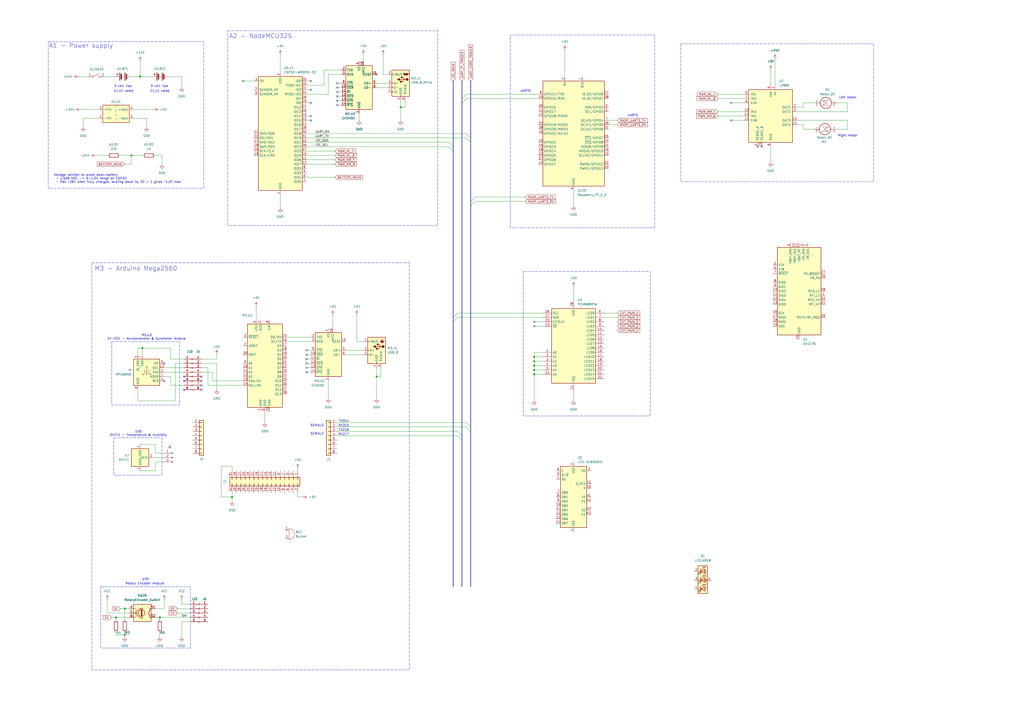
<source format=kicad_sch>
(kicad_sch (version 20231120) (generator "eeschema") (generator_version "8.0")
  (paper "A2")
  (junction (at 309.88 214.63))
  (junction (at 309.88 209.55))
  (junction (at 309.88 217.17))
  (junction (at 81.28 44.45))
  (junction (at 76.2 90.17))
  (junction (at 72.39 353.06))
  (junction (at 232.41 62.23))
  (junction (at 309.88 212.09))
  (junction (at 92.71 358.14))
  (junction (at 82.55 201.93))
  (junction (at 72.39 368.3))
  (junction (at 218.44 218.44))
  (junction (at 67.31 358.14))
  (junction (at 134.62 288.29))
  (junction (at 309.88 207.01))
  (no_connect (at 424.18 59.69))
  (no_connect (at 195.58 55.88))
  (no_connect (at 441.96 85.09))
  (no_connect (at 180.34 69.85))
  (no_connect (at 195.58 58.42))
  (no_connect (at 195.58 60.96))
  (no_connect (at 177.8 215.9))
  (no_connect (at 180.34 46.99))
  (no_connect (at 140.97 46.99))
  (no_connect (at 177.8 208.28))
  (no_connect (at 106.68 220.98))
  (no_connect (at 424.18 69.85))
  (no_connect (at 106.68 226.06))
  (no_connect (at 177.8 210.82))
  (no_connect (at 439.42 85.09))
  (no_connect (at 180.34 52.07))
  (no_connect (at 195.58 50.8))
  (no_connect (at 309.88 186.69))
  (no_connect (at 177.8 203.2))
  (no_connect (at 95.25 210.82))
  (no_connect (at 95.25 220.98))
  (no_connect (at 180.34 59.69))
  (no_connect (at 177.8 205.74))
  (no_connect (at 309.88 189.23))
  (no_connect (at 116.84 218.44))
  (no_connect (at 106.68 218.44))
  (no_connect (at 195.58 48.26))
  (no_connect (at 177.8 213.36))
  (no_connect (at 116.84 220.98))
  (no_connect (at 180.34 67.31))
  (no_connect (at 116.84 226.06))
  (no_connect (at 218.44 43.18))
  (no_connect (at 116.84 223.52))
  (no_connect (at 195.58 53.34))
  (bus_entry (at 270.51 245.11) (size 2.54 2.54))
  (bus_entry (at 270.51 247.65) (size 2.54 2.54))
  (bus_entry (at 260.35 82.55) (size 2.54 2.54))
  (bus_entry (at 270.51 77.47) (size 2.54 2.54))
  (bus_entry (at 260.35 85.09) (size 2.54 2.54))
  (bus_entry (at 267.97 57.15) (size 2.54 -2.54))
  (bus_entry (at 270.51 80.01) (size 2.54 2.54))
  (bus_entry (at 265.43 252.73) (size 2.54 2.54))
  (bus_entry (at 265.43 250.19) (size 2.54 2.54))
  (bus_entry (at 262.89 184.15) (size 2.54 -2.54))
  (bus_entry (at 267.97 59.69) (size 2.54 -2.54))
  (bus_entry (at 275.59 116.84) (size -2.54 2.54))
  (bus_entry (at 275.59 114.3) (size -2.54 2.54))
  (bus_entry (at 262.89 186.69) (size 2.54 -2.54))
  (wire (pts (xy 195.58 50.8) (xy 198.12 50.8)))
  (wire (pts (xy 193.04 182.88) (xy 193.04 190.5)))
  (wire (pts (xy 120.65 213.36) (xy 116.84 213.36)))
  (wire (pts (xy 195.58 53.34) (xy 198.12 53.34)))
  (wire (pts (xy 309.88 207.01) (xy 314.96 207.01)))
  (wire (pts (xy 177.8 49.53) (xy 187.96 49.53)))
  (wire (pts (xy 123.19 215.9) (xy 123.19 220.98)))
  (wire (pts (xy 177.8 52.07) (xy 180.34 52.07)))
  (wire (pts (xy 90.17 262.89) (xy 95.25 262.89)))
  (wire (pts (xy 208.28 66.04) (xy 208.28 69.85)))
  (wire (pts (xy 93.98 90.17) (xy 90.17 90.17)))
  (wire (pts (xy 462.28 64.77) (xy 491.49 64.77)))
  (wire (pts (xy 81.28 257.81) (xy 90.17 257.81)))
  (bus (pts (xy 262.89 87.63) (xy 262.89 184.15)))
  (wire (pts (xy 92.71 358.14) (xy 110.49 358.14)))
  (wire (pts (xy 90.17 273.05) (xy 90.17 267.97)))
  (wire (pts (xy 172.72 271.78) (xy 172.72 273.05)))
  (wire (pts (xy 72.39 353.06) (xy 72.39 359.41)))
  (wire (pts (xy 332.74 166.37) (xy 332.74 173.99)))
  (wire (pts (xy 309.88 214.63) (xy 309.88 212.09)))
  (wire (pts (xy 67.31 358.14) (xy 67.31 359.41)))
  (bus (pts (xy 262.89 186.69) (xy 262.89 340.36)))
  (bus (pts (xy 273.05 247.65) (xy 273.05 250.19)))
  (bus (pts (xy 273.05 250.19) (xy 273.05 340.36)))
  (wire (pts (xy 309.88 212.09) (xy 314.96 212.09)))
  (wire (pts (xy 177.8 92.71) (xy 194.31 92.71)))
  (wire (pts (xy 177.8 205.74) (xy 180.34 205.74)))
  (wire (pts (xy 232.41 62.23) (xy 232.41 69.85)))
  (wire (pts (xy 85.09 68.58) (xy 77.47 68.58)))
  (wire (pts (xy 48.26 68.58) (xy 48.26 73.66)))
  (wire (pts (xy 177.8 85.09) (xy 260.35 85.09)))
  (wire (pts (xy 485.14 74.93) (xy 491.49 74.93)))
  (wire (pts (xy 123.19 220.98) (xy 140.97 220.98)))
  (wire (pts (xy 88.9 265.43) (xy 95.25 265.43)))
  (wire (pts (xy 140.97 223.52) (xy 120.65 223.52)))
  (wire (pts (xy 81.28 273.05) (xy 90.17 273.05)))
  (wire (pts (xy 102.87 353.06) (xy 110.49 353.06)))
  (wire (pts (xy 48.26 68.58) (xy 57.15 68.58)))
  (wire (pts (xy 72.39 369.57) (xy 72.39 368.3)))
  (wire (pts (xy 232.41 62.23) (xy 234.95 62.23)))
  (wire (pts (xy 177.8 80.01) (xy 270.51 80.01)))
  (wire (pts (xy 67.31 368.3) (xy 72.39 368.3)))
  (wire (pts (xy 95.25 353.06) (xy 90.17 353.06)))
  (wire (pts (xy 177.8 208.28) (xy 180.34 208.28)))
  (wire (pts (xy 101.6 210.82) (xy 106.68 210.82)))
  (wire (pts (xy 125.73 205.74) (xy 125.73 208.28)))
  (wire (pts (xy 309.88 214.63) (xy 314.96 214.63)))
  (wire (pts (xy 275.59 116.84) (xy 304.8 116.84)))
  (wire (pts (xy 424.18 69.85) (xy 431.8 69.85)))
  (wire (pts (xy 207.01 182.88) (xy 207.01 198.12)))
  (wire (pts (xy 491.49 69.85) (xy 462.28 69.85)))
  (wire (pts (xy 462.28 72.39) (xy 466.09 72.39)))
  (wire (pts (xy 93.98 95.25) (xy 93.98 90.17)))
  (wire (pts (xy 55.88 90.17) (xy 62.23 90.17)))
  (wire (pts (xy 82.55 201.93) (xy 99.06 201.93)))
  (wire (pts (xy 416.56 64.77) (xy 431.8 64.77)))
  (wire (pts (xy 309.88 186.69) (xy 314.96 186.69)))
  (wire (pts (xy 309.88 189.23) (xy 314.96 189.23)))
  (wire (pts (xy 350.52 181.61) (xy 358.14 181.61)))
  (wire (pts (xy 491.49 64.77) (xy 491.49 59.69)))
  (wire (pts (xy 195.58 58.42) (xy 198.12 58.42)))
  (wire (pts (xy 99.06 218.44) (xy 99.06 223.52)))
  (wire (pts (xy 462.28 62.23) (xy 466.09 62.23)))
  (wire (pts (xy 85.09 73.66) (xy 85.09 68.58)))
  (wire (pts (xy 90.17 267.97) (xy 95.25 267.97)))
  (wire (pts (xy 265.43 184.15) (xy 314.96 184.15)))
  (wire (pts (xy 120.65 223.52) (xy 120.65 213.36)))
  (wire (pts (xy 74.93 358.14) (xy 67.31 358.14)))
  (wire (pts (xy 309.88 217.17) (xy 314.96 217.17)))
  (wire (pts (xy 353.06 69.85) (xy 358.14 69.85)))
  (wire (pts (xy 177.8 67.31) (xy 180.34 67.31)))
  (wire (pts (xy 80.01 232.41) (xy 101.6 232.41)))
  (wire (pts (xy 218.44 213.36) (xy 218.44 218.44)))
  (wire (pts (xy 309.88 232.41) (xy 309.88 217.17)))
  (wire (pts (xy 72.39 367.03) (xy 72.39 368.3)))
  (wire (pts (xy 447.04 40.64) (xy 447.04 49.53)))
  (wire (pts (xy 222.25 43.18) (xy 224.79 43.18)))
  (wire (pts (xy 166.37 195.58) (xy 180.34 195.58)))
  (wire (pts (xy 177.8 82.55) (xy 260.35 82.55)))
  (wire (pts (xy 105.41 360.68) (xy 110.49 360.68)))
  (wire (pts (xy 195.58 252.73) (xy 265.43 252.73)))
  (bus (pts (xy 273.05 119.38) (xy 273.05 247.65)))
  (wire (pts (xy 72.39 95.25) (xy 76.2 95.25)))
  (wire (pts (xy 416.56 54.61) (xy 431.8 54.61)))
  (wire (pts (xy 491.49 59.69) (xy 485.14 59.69)))
  (wire (pts (xy 195.58 55.88) (xy 198.12 55.88)))
  (wire (pts (xy 200.66 205.74) (xy 210.82 205.74)))
  (wire (pts (xy 195.58 245.11) (xy 270.51 245.11)))
  (wire (pts (xy 77.47 63.5) (xy 88.9 63.5)))
  (bus (pts (xy 267.97 255.27) (xy 267.97 340.36)))
  (wire (pts (xy 81.28 35.56) (xy 81.28 44.45)))
  (bus (pts (xy 262.89 184.15) (xy 262.89 186.69)))
  (wire (pts (xy 95.25 347.98) (xy 95.25 353.06)))
  (wire (pts (xy 62.23 347.98) (xy 62.23 355.6)))
  (wire (pts (xy 175.26 288.29) (xy 172.72 288.29)))
  (wire (pts (xy 140.97 46.99) (xy 147.32 46.99)))
  (wire (pts (xy 220.98 218.44) (xy 220.98 213.36)))
  (wire (pts (xy 416.56 57.15) (xy 431.8 57.15)))
  (wire (pts (xy 128.27 288.29) (xy 134.62 288.29)))
  (wire (pts (xy 92.71 367.03) (xy 92.71 369.57)))
  (wire (pts (xy 200.66 203.2) (xy 210.82 203.2)))
  (wire (pts (xy 218.44 48.26) (xy 224.79 48.26)))
  (wire (pts (xy 270.51 57.15) (xy 312.42 57.15)))
  (bus (pts (xy 273.05 116.84) (xy 273.05 119.38)))
  (wire (pts (xy 67.31 367.03) (xy 67.31 368.3)))
  (wire (pts (xy 105.41 44.45) (xy 97.79 44.45)))
  (bus (pts (xy 267.97 57.15) (xy 267.97 59.69)))
  (wire (pts (xy 190.5 43.18) (xy 198.12 43.18)))
  (wire (pts (xy 187.96 49.53) (xy 187.96 40.64)))
  (wire (pts (xy 449.58 34.29) (xy 449.58 49.53)))
  (wire (pts (xy 81.28 44.45) (xy 87.63 44.45)))
  (wire (pts (xy 177.8 46.99) (xy 180.34 46.99)))
  (bus (pts (xy 267.97 46.99) (xy 267.97 57.15)))
  (wire (pts (xy 125.73 208.28) (xy 116.84 208.28)))
  (wire (pts (xy 128.27 270.51) (xy 128.27 288.29)))
  (bus (pts (xy 273.05 82.55) (xy 273.05 116.84)))
  (wire (pts (xy 95.25 215.9) (xy 106.68 215.9)))
  (wire (pts (xy 466.09 62.23) (xy 466.09 59.69)))
  (wire (pts (xy 309.88 217.17) (xy 309.88 214.63)))
  (wire (pts (xy 275.59 114.3) (xy 304.8 114.3)))
  (wire (pts (xy 46.99 63.5) (xy 57.15 63.5)))
  (wire (pts (xy 101.6 232.41) (xy 101.6 210.82)))
  (wire (pts (xy 309.88 209.55) (xy 309.88 207.01)))
  (wire (pts (xy 447.04 85.09) (xy 447.04 93.98)))
  (wire (pts (xy 99.06 223.52) (xy 106.68 223.52)))
  (wire (pts (xy 105.41 369.57) (xy 105.41 360.68)))
  (wire (pts (xy 82.55 201.93) (xy 82.55 205.74)))
  (wire (pts (xy 90.17 257.81) (xy 90.17 262.89)))
  (wire (pts (xy 332.74 110.49) (xy 332.74 119.38)))
  (bus (pts (xy 267.97 59.69) (xy 267.97 252.73)))
  (wire (pts (xy 177.8 69.85) (xy 180.34 69.85)))
  (wire (pts (xy 76.2 44.45) (xy 81.28 44.45)))
  (wire (pts (xy 105.41 347.98) (xy 105.41 350.52)))
  (wire (pts (xy 116.84 210.82) (xy 125.73 210.82)))
  (wire (pts (xy 177.8 77.47) (xy 270.51 77.47)))
  (wire (pts (xy 69.85 353.06) (xy 72.39 353.06)))
  (wire (pts (xy 177.8 95.25) (xy 194.31 95.25)))
  (wire (pts (xy 234.95 58.42) (xy 234.95 62.23)))
  (wire (pts (xy 80.01 201.93) (xy 82.55 201.93)))
  (wire (pts (xy 195.58 247.65) (xy 270.51 247.65)))
  (wire (pts (xy 416.56 67.31) (xy 431.8 67.31)))
  (wire (pts (xy 309.88 212.09) (xy 309.88 209.55)))
  (wire (pts (xy 350.52 184.15) (xy 358.14 184.15)))
  (wire (pts (xy 95.25 218.44) (xy 99.06 218.44)))
  (wire (pts (xy 60.96 44.45) (xy 66.04 44.45)))
  (wire (pts (xy 309.88 207.01) (xy 309.88 204.47)))
  (wire (pts (xy 177.8 54.61) (xy 190.5 54.61)))
  (wire (pts (xy 134.62 285.75) (xy 134.62 288.29)))
  (wire (pts (xy 466.09 72.39) (xy 466.09 74.93)))
  (wire (pts (xy 153.67 238.76) (xy 153.67 245.11)))
  (wire (pts (xy 232.41 58.42) (xy 232.41 62.23)))
  (wire (pts (xy 207.01 198.12) (xy 210.82 198.12)))
  (wire (pts (xy 76.2 90.17) (xy 82.55 90.17)))
  (wire (pts (xy 309.88 204.47) (xy 314.96 204.47)))
  (wire (pts (xy 177.8 215.9) (xy 180.34 215.9)))
  (wire (pts (xy 76.2 90.17) (xy 69.85 90.17)))
  (wire (pts (xy 353.06 72.39) (xy 358.14 72.39)))
  (wire (pts (xy 64.77 358.14) (xy 67.31 358.14)))
  (wire (pts (xy 62.23 355.6) (xy 74.93 355.6)))
  (wire (pts (xy 102.87 355.6) (xy 110.49 355.6)))
  (wire (pts (xy 270.51 54.61) (xy 312.42 54.61)))
  (bus (pts (xy 262.89 85.09) (xy 262.89 87.63)))
  (wire (pts (xy 195.58 60.96) (xy 198.12 60.96)))
  (wire (pts (xy 99.06 208.28) (xy 106.68 208.28)))
  (wire (pts (xy 222.25 31.75) (xy 222.25 43.18)))
  (wire (pts (xy 327.66 29.21) (xy 327.66 44.45)))
  (wire (pts (xy 190.5 54.61) (xy 190.5 43.18)))
  (wire (pts (xy 162.56 31.75) (xy 162.56 41.91)))
  (wire (pts (xy 177.8 59.69) (xy 180.34 59.69)))
  (wire (pts (xy 177.8 87.63) (xy 194.31 87.63)))
  (wire (pts (xy 218.44 218.44) (xy 218.44 231.14)))
  (wire (pts (xy 187.96 40.64) (xy 198.12 40.64)))
  (bus (pts (xy 273.05 46.99) (xy 273.05 80.01)))
  (wire (pts (xy 218.44 218.44) (xy 220.98 218.44)))
  (wire (pts (xy 332.74 227.33) (xy 332.74 232.41)))
  (wire (pts (xy 134.62 273.05) (xy 134.62 270.51)))
  (wire (pts (xy 134.62 288.29) (xy 134.62 290.83)))
  (wire (pts (xy 76.2 95.25) (xy 76.2 90.17)))
  (wire (pts (xy 105.41 50.8) (xy 105.41 44.45)))
  (wire (pts (xy 491.49 74.93) (xy 491.49 69.85)))
  (wire (pts (xy 424.18 59.69) (xy 431.8 59.69)))
  (wire (pts (xy 177.8 102.87) (xy 194.31 102.87)))
  (wire (pts (xy 45.72 44.45) (xy 50.8 44.45)))
  (wire (pts (xy 177.8 213.36) (xy 180.34 213.36)))
  (wire (pts (xy 116.84 215.9) (xy 123.19 215.9)))
  (wire (pts (xy 162.56 113.03) (xy 162.56 120.65)))
  (wire (pts (xy 190.5 220.98) (xy 190.5 231.14)))
  (wire (pts (xy 90.17 358.14) (xy 92.71 358.14)))
  (wire (pts (xy 466.09 59.69) (xy 472.44 59.69)))
  (bus (pts (xy 262.89 46.99) (xy 262.89 85.09)))
  (wire (pts (xy 125.73 226.06) (xy 125.73 210.82)))
  (wire (pts (xy 72.39 353.06) (xy 74.93 353.06)))
  (wire (pts (xy 166.37 198.12) (xy 180.34 198.12)))
  (wire (pts (xy 99.06 201.93) (xy 99.06 208.28)))
  (wire (pts (xy 265.43 181.61) (xy 314.96 181.61)))
  (wire (pts (xy 466.09 74.93) (xy 472.44 74.93)))
  (wire (pts (xy 80.01 226.06) (xy 80.01 232.41)))
  (wire (pts (xy 80.01 205.74) (xy 80.01 201.93)))
  (wire (pts (xy 177.8 90.17) (xy 194.31 90.17)))
  (wire (pts (xy 218.44 50.8) (xy 224.79 50.8)))
  (wire (pts (xy 92.71 358.14) (xy 92.71 359.41)))
  (wire (pts (xy 177.8 210.82) (xy 180.34 210.82)))
  (wire (pts (xy 177.8 203.2) (xy 180.34 203.2)))
  (wire (pts (xy 148.59 177.8) (xy 148.59 185.42)))
  (wire (pts (xy 95.25 213.36) (xy 106.68 213.36)))
  (wire (pts (xy 195.58 48.26) (xy 198.12 48.26)))
  (wire (pts (xy 134.62 270.51) (xy 128.27 270.51)))
  (bus (pts (xy 267.97 252.73) (xy 267.97 255.27)))
  (bus (pts (xy 273.05 80.01) (xy 273.05 82.55)))
  (wire (pts (xy 105.41 350.52) (xy 110.49 350.52)))
  (wire (pts (xy 210.82 31.75) (xy 210.82 35.56)))
  (wire (pts (xy 172.72 288.29) (xy 172.72 285.75)))
  (wire (pts (xy 309.88 209.55) (xy 314.96 209.55)))
  (wire (pts (xy 195.58 250.19) (xy 265.43 250.19)))
  (rectangle (start 295.91 20.32) (end 379.73 132.08) (stroke (width 0) (type dash)))
  (rectangle (start 58.42 340.36) (end 110.49 375.92) (stroke (width 0) (type dash)))
  (rectangle (start 53.34 152.4) (end 237.49 388.62) (stroke (width 0) (type dash)))
  (rectangle (start 303.53 157.48) (end 377.19 241.3) (stroke (width 0) (type dash)))
  (rectangle (start 394.97 25.4) (end 506.73 105.41) (stroke (width 0) (type dash)))
  (rectangle (start 27.94 24.13) (end 118.11 109.22) (stroke (width 0) (type dash)))
  (rectangle (start 64.77 198.12) (end 104.14 234.95) (stroke (width 0) (type dash)))
  (rectangle (start 66.04 254) (end 93.98 275.59) (stroke (width 0) (type dash)))
  (rectangle (start 132.08 17.78) (end 254 130.81) (stroke (width 0) (type dash)))
  (text "3 cell lipo" (at 71.374 50.038 0) (effects (font (size 1.27 1.27))))
  (text "SERIAL2" (at 183.896 251.714 0) (effects (font (size 1.27 1.27))))
  (text "11.1V rated" (at 92.71 52.832 0) (effects (font (size 1.27 1.27))))
  (text "U30" (at 80.264 250.444 0) (effects (font (size 1.27 1.27))))
  (text "RX315" (at 199.39 246.888 0) (effects (font (size 1.27 1.27))))
  (text "A1 - Power supply" (at 28.448 25.146 0) (effects (font (size 2.54 2.54)) (justify left top)))
  (text "TX314" (at 199.39 244.348 0) (effects (font (size 1.27 1.27))))
  (text "Voltage devider to scale down battery\n - 2.5dB ADC -> 0-1.5V range on ESP32\n - Max ~26V when fully charged, scaling down by 22 / 1 gives ~1.2V max" (at 31.242 100.838 0) (effects (font (size 1.27 1.27)) (justify left top)))
  (text "11.1V rated" (at 71.628 52.832 0) (effects (font (size 1.27 1.27))))
  (text "SERIAL3" (at 183.896 246.888 0) (effects (font (size 1.27 1.27))))
  (text "3 cell lipo" (at 92.456 50.038 0) (effects (font (size 1.27 1.27))))
  (text "Left motor" (at 491.744 56.642 0) (effects (font (size 1.27 1.27))))
  (text "RX217" (at 199.39 251.968 0) (effects (font (size 1.27 1.27))))
  (text "UART3" (at 367.03 67.056 0) (effects (font (size 1.27 1.27))))
  (text "U20\n" (at 84.328 336.042 0) (effects (font (size 1.27 1.27))))
  (text "DHT11 - Temperature & Humidity" (at 80.264 252.476 0) (effects (font (size 1.27 1.27))))
  (text "M3.U3" (at 85.09 194.564 0) (effects (font (size 1.27 1.27))))
  (text "UART0" (at 304.8 52.832 0) (effects (font (size 1.27 1.27))))
  (text "A2 - NodeMCU32S" (at 132.842 19.558 0) (effects (font (size 2.54 2.54)) (justify left top)))
  (text "Rotary Encoder module\n" (at 84.074 338.582 0) (effects (font (size 1.27 1.27))))
  (text "GY-521 - Accelerometer & Gyrometer module" (at 85.09 196.596 0) (effects (font (size 1.27 1.27))))
  (text "M3 - Arduino Mega2560" (at 54.864 154.432 0) (effects (font (size 2.54 2.54)) (justify left top)))
  (text "Right motor" (at 491.744 78.74 0) (effects (font (size 1.27 1.27))))
  (text "TX216" (at 199.39 249.428 0) (effects (font (size 1.27 1.27))))
  (label "I2C_SDA" (at 182.88 82.55 0))
  (label "I2C_SCL" (at 182.88 85.09 0))
  (label "SW" (at 105.41 358.14 0))
  (label "UART_RX" (at 182.88 77.47 0))
  (label "UART_TX" (at 182.88 80.01 0))
  (global_label "RASP_UART3_TX" (shape input) (at 304.8 114.3 0) (property "Intersheetrefs" "${INTERSHEET_REFS}" (effects (hide yes))))
  (global_label "PWM_MR_F" (shape input) (at 194.31 92.71 0) (property "Intersheetrefs" "${INTERSHEET_REFS}" (effects (hide yes))))
  (global_label "DT" (shape input) (at 102.87 353.06 180) (property "Intersheetrefs" "${INTERSHEET_REFS}" (effects (hide yes))))
  (global_label "PWM_ML_B" (shape input) (at 416.56 57.15 180) (property "Intersheetrefs" "${INTERSHEET_REFS}" (effects (hide yes))))
  (global_label "PWM_ML_F" (shape input) (at 416.56 54.61 180) (property "Intersheetrefs" "${INTERSHEET_REFS}" (effects (hide yes))))
  (global_label "EXT_PWM_2" (shape input) (at 358.14 186.69 0) (property "Intersheetrefs" "${INTERSHEET_REFS}" (effects (hide yes))))
  (global_label "EXT_PWM_2" (shape input) (at 358.14 191.77 0) (property "Intersheetrefs" "${INTERSHEET_REFS}" (effects (hide yes))))
  (global_label "EXT_PWM_2" (shape input) (at 358.14 184.15 0) (property "Intersheetrefs" "${INTERSHEET_REFS}" (effects (hide yes))))
  (global_label "PWM_ML_F" (shape input) (at 194.31 87.63 0) (property "Intersheetrefs" "${INTERSHEET_REFS}" (effects (hide yes))))
  (global_label "CK" (shape input) (at 64.77 358.14 180) (property "Intersheetrefs" "${INTERSHEET_REFS}" (effects (hide yes))))
  (global_label "CK" (shape input) (at 102.87 355.6 180) (property "Intersheetrefs" "${INTERSHEET_REFS}" (effects (hide yes))))
  (global_label "PWM_ML_B" (shape input) (at 194.31 90.17 0) (property "Intersheetrefs" "${INTERSHEET_REFS}" (effects (hide yes))))
  (global_label "UART_PI_TRADER" (shape input) (at 267.97 46.99 90) (property "Intersheetrefs" "${INTERSHEET_REFS}" (effects (hide yes))))
  (global_label "RASP_UART3_RX" (shape input) (at 358.14 72.39 0) (property "Intersheetrefs" "${INTERSHEET_REFS}" (effects (hide yes))))
  (global_label "BATTERY_MEAS" (shape input) (at 194.31 102.87 0) (property "Intersheetrefs" "${INTERSHEET_REFS}" (effects (hide yes))))
  (global_label "RASP_UART3_TX" (shape input) (at 358.14 69.85 0) (property "Intersheetrefs" "${INTERSHEET_REFS}" (effects (hide yes))))
  (global_label "EXT_PWM_2" (shape input) (at 358.14 189.23 0) (property "Intersheetrefs" "${INTERSHEET_REFS}" (effects (hide yes))))
  (global_label "PWM_MR_B" (shape input) (at 416.56 67.31 180) (property "Intersheetrefs" "${INTERSHEET_REFS}" (effects (hide yes))))
  (global_label "RASP_UART3_RX" (shape input) (at 304.8 116.84 0) (property "Intersheetrefs" "${INTERSHEET_REFS}" (effects (hide yes))))
  (global_label "BATTERY_MEAS" (shape input) (at 72.39 95.25 180) (property "Intersheetrefs" "${INTERSHEET_REFS}" (effects (hide yes))))
  (global_label "PWM_MR_B" (shape input) (at 194.31 95.25 0) (property "Intersheetrefs" "${INTERSHEET_REFS}" (effects (hide yes))))
  (global_label "EXT_PWM_1" (shape input) (at 358.14 181.61 0) (property "Intersheetrefs" "${INTERSHEET_REFS}" (effects (hide yes))))
  (global_label "I2C_MAIN" (shape input) (at 262.89 46.99 90) (property "Intersheetrefs" "${INTERSHEET_REFS}" (effects (hide yes))))
  (global_label "PWM_MR_F" (shape input) (at 416.56 64.77 180) (property "Intersheetrefs" "${INTERSHEET_REFS}" (effects (hide yes))))
  (global_label "DT" (shape input) (at 69.85 353.06 180) (property "Intersheetrefs" "${INTERSHEET_REFS}" (effects (hide yes))))
  (global_label "UART_CORE_TRADER" (shape input) (at 273.05 46.99 90) (property "Intersheetrefs" "${INTERSHEET_REFS}" (effects (hide yes))))
  (symbol (lib_id "Device:R") (at 67.31 363.22 0) (unit 1)
    (property "Reference" "R4" (at 67.564 367.03 0) (effects (justify left)))
    (property "Value" "R" (effects (hide yes)))
    (property "Description" "Resistor" (effects (hide yes)))
  )
  (symbol (lib_id "power:+24V") (at 55.88 90.17 90) (unit 1)
    (property "Reference" "#PWR021" (effects (hide yes)))
    (property "Value" "+24V" (at 52.07 90.1699 90) (effects (justify left)))
    (property "Description" "Power symbol creates a global label with name \"+24V\"" (effects (hide yes)))
  )
  (symbol (lib_id "Connector:Conn_01x05_Pin") (at 115.57 355.6 0) (mirror y) (unit 1)
    (property "Reference" "J20" (at 110.998 347.472 0) (effects (justify right)))
    (property "Value" "Conn_01x05_Pin" (effects (hide yes)))
    (property "Description" "Generic connector, single row, 01x05, script generated" (effects (hide yes)))
  )
  (symbol (lib_id "Sensor:DHT11") (at 81.28 265.43 0) (unit 1)
    (property "Reference" "U7" (at 74.93 264.1599 0) (effects (justify right)))
    (property "Value" "DHT11" (at 74.93 266.6999 0) (effects (justify right)))
    (property "Footprint" "Sensor:Aosong_DHT11_5.5x12.0_P2.54mm" (effects (hide yes)))
    (property "Datasheet" "http://akizukidenshi.com/download/ds/aosong/DHT11.pdf" (effects (hide yes)))
    (property "Description" "3.3V to 5.5V, temperature and humidity module, DHT11" (effects (hide yes)))
  )
  (symbol (lib_id "power:GND") (at 309.88 232.41 0) (unit 1)
    (property "Reference" "#PWR040" (effects (hide yes)))
    (property "Value" "GND" (at 309.88 237.49 0))
    (property "Description" "Power symbol creates a global label with name \"GND\" , ground" (effects (hide yes)))
  )
  (symbol (lib_id "RF:SX1276") (at 463.55 168.91 0) (unit 1)
    (property "Reference" "U1" (at 465.7441 196.85 0) (effects (justify left)))
    (property "Value" "SX1276" (at 465.7441 199.39 0) (effects (justify left)))
    (property "Footprint" "Package_DFN_QFN:QFN-28-1EP_6x6mm_P0.65mm_EP4.8x4.8mm" (effects (hide yes)))
    (property "Datasheet" "https://semtech.my.salesforce.com/sfc/p/#E0000000JelG/a/2R0000001Rbr/6EfVZUorrpoKFfvaF_Fkpgp5kzjiNyiAbqcpqh9qSjE" (effects (hide yes)))
    (property "Description" "137 MHz to 1020 MHz Low Power Long Range Transceiver, spreading factor from 6 to 12, LoRA, QFN-28" (effects (hide yes)))
  )
  (symbol (lib_id "Connector:Conn_01x08_Socket") (at 111.76 215.9 0) (mirror y) (unit 1)
    (property "Reference" "J5" (at 114.808 203.962 0))
    (property "Value" "Conn_01x08_Socket" (effects (hide yes)))
    (property "Description" "Generic connector, single row, 01x08, script generated" (effects (hide yes)))
  )
  (symbol (lib_id "power:GND") (at 85.09 73.66 0) (unit 1)
    (property "Reference" "#PWR011" (effects (hide yes)))
    (property "Value" "GND" (at 85.09 78.74 0))
    (property "Description" "Power symbol creates a global label with name \"GND\" , ground" (effects (hide yes)))
  )
  (symbol (lib_id "Device:RotaryEncoder_Switch") (at 82.55 355.6 0) (unit 1)
    (property "Reference" "SW20" (at 82.55 345.44 0))
    (property "Value" "RotaryEncoder_Switch" (at 82.55 347.98 0))
    (property "Description" "Rotary encoder, dual channel, incremental quadrate outputs, with switch" (effects (hide yes)))
  )
  (symbol (lib_id "power:GND") (at 93.98 95.25 0) (unit 1)
    (property "Reference" "#PWR022" (effects (hide yes)))
    (property "Value" "GND" (at 93.98 100.33 0))
    (property "Description" "Power symbol creates a global label with name \"GND\" , ground" (effects (hide yes)))
  )
  (symbol (lib_id "Device:R") (at 72.39 363.22 0) (unit 1)
    (property "Reference" "R3" (at 72.644 367.03 0) (effects (justify left)))
    (property "Value" "R" (effects (hide yes)))
    (property "Description" "Resistor" (effects (hide yes)))
  )
  (symbol (lib_id "power:GND") (at 134.62 290.83 0) (unit 1)
    (property "Reference" "#PWR031" (effects (hide yes)))
    (property "Value" "GND" (at 134.62 295.91 0))
    (property "Description" "Power symbol creates a global label with name \"GND\" , ground" (effects (hide yes)))
  )
  (symbol (lib_id "power:+24V") (at 449.58 34.29 0) (unit 1)
    (property "Reference" "#PWR013" (effects (hide yes)))
    (property "Value" "+24V" (at 449.58 29.21 0))
    (property "Description" "Power symbol creates a global label with name \"+24V\"" (effects (hide yes)))
  )
  (symbol (lib_id "power:+5V") (at 148.59 177.8 0) (unit 1)
    (property "Reference" "#PWR06" (effects (hide yes)))
    (property "Value" "+5V" (at 148.59 172.72 0))
    (property "Description" "Power symbol creates a global label with name \"+5V\"" (effects (hide yes)))
  )
  (symbol (lib_id "power:GND") (at 332.74 119.38 0) (unit 1)
    (property "Reference" "#PWR036" (effects (hide yes)))
    (property "Value" "GND" (at 332.74 124.46 0))
    (property "Description" "Power symbol creates a global label with name \"GND\" , ground" (effects (hide yes)))
  )
  (symbol (lib_id "Device:Battery") (at 92.71 44.45 90) (unit 1)
    (property "Reference" "A1.BT2" (at 92.71 39.878 90))
    (property "Value" "Battery" (effects (hide yes)))
    (property "Description" "Multiple-cell battery" (effects (hide yes)))
  )
  (symbol (lib_id "Motor:Motor_DC") (at 480.06 74.93 270) (mirror x) (unit 1)
    (property "Reference" "M2" (at 478.028 82.296 90))
    (property "Value" "Motor_DC" (at 478.282 79.756 90))
    (property "Description" "DC Motor" (effects (hide yes)))
  )
  (symbol (lib_id "Device:R") (at 66.04 90.17 90) (unit 1)
    (property "Reference" "A1.R1" (at 66.04 83.82 90))
    (property "Value" "22k" (at 66.04 86.36 90))
    (property "Description" "Resistor" (effects (hide yes)))
  )
  (symbol (lib_id "power:+5V") (at 162.56 31.75 0) (unit 1)
    (property "Reference" "#PWR012" (effects (hide yes)))
    (property "Value" "+5V" (at 162.56 26.67 0))
    (property "Description" "Power symbol creates a global label with name \"+5V\"" (effects (hide yes)))
  )
  (symbol (lib_id "Connector:Conn_01x05_Socket") (at 115.57 355.6 0) (mirror y) (unit 1)
    (property "Reference" "J6" (at 118.618 347.472 0))
    (property "Value" "Conn_01x05_Socket" (effects (hide yes)))
    (property "Description" "Generic connector, single row, 01x05, script generated" (effects (hide yes)))
  )
  (symbol (lib_id "Connector_Generic:Conn_01x08") (at 116.84 252.73 0) (unit 1)
    (property "Reference" "J4" (at 116.84 266.192 0))
    (property "Value" "Conn_01x08" (effects (hide yes)))
    (property "Description" "Generic connector, single row, 01x08, script generated (kicad-library-utils/schlib/autogen/connector/)" (effects (hide yes)))
  )
  (symbol (lib_id "power:GND") (at 92.71 369.57 0) (unit 1)
    (property "Reference" "#PWR032" (effects (hide yes)))
    (property "Value" "GND" (at 92.71 374.65 0))
    (property "Description" "Power symbol creates a global label with name \"GND\" , ground" (effects (hide yes)))
  )
  (symbol (lib_id "Sensor_Motion:KXTJ3-1057") (at 85.09 215.9 0) (unit 1)
    (property "Reference" "M" (at 76.2 214.6299 0) (effects (justify right)))
    (property "Value" "MPU6050" (at 76.2 217.1699 0) (effects (justify right)))
    (property "Footprint" "Package_LGA:Kionix_LGA-12_2x2mm_P0.5mm_LayoutBorder2x4y" (effects (hide yes)))
    (property "Datasheet" "https://kionixfs.azureedge.net/en/datasheet/KXTJ3-1057-Specifications-Rev-5.0.pdf" (effects (hide yes)))
    (property "Description" "±2g / 4g / 8g / 16g Tri-Axis Digital Accelerometer, I2C, 1.71-3.6V, LGA-12" (effects (hide yes)))
  )
  (symbol (lib_id "Switch:SW_DPST_x2") (at 55.88 44.45 0) (unit 1)
    (property "Reference" "A1.SW1" (at 56.134 40.132 0))
    (property "Value" "SW_DPST_x2" (effects (hide yes)))
    (property "Description" "Single Pole Single Throw (SPST) switch, separate symbol" (effects (hide yes)))
  )
  (symbol (lib_id "Device:LED_ARGB") (at 407.67 336.55 0) (unit 1)
    (property "Reference" "D1" (at 407.67 322.58 0))
    (property "Value" "LED_ARGB" (at 407.67 325.12 0))
    (property "Description" "RGB LED, anode/red/green/blue" (effects (hide yes)))
  )
  (symbol (lib_id "power:GND") (at 218.44 231.14 0) (unit 1)
    (property "Reference" "#PWR026" (effects (hide yes)))
    (property "Value" "GND" (at 218.44 236.22 0))
    (property "Description" "Power symbol creates a global label with name \"GND\" , ground" (effects (hide yes)))
  )
  (symbol (lib_id "power:GND") (at 208.28 69.85 0) (unit 1)
    (property "Reference" "#PWR017" (effects (hide yes)))
    (property "Value" "GND" (at 208.28 74.93 0))
    (property "Description" "Power symbol creates a global label with name \"GND\" , ground" (effects (hide yes)))
  )
  (symbol (lib_id "Connector:Conn_01x08_Pin") (at 111.76 215.9 0) (mirror y) (unit 1)
    (property "Reference" "J10" (at 108.204 203.962 0) (effects (justify right)))
    (property "Value" "Conn_01x08_Pin" (effects (hide yes)))
    (property "Description" "Generic connector, single row, 01x08, script generated" (effects (hide yes)))
  )
  (symbol (lib_id "power:+5V") (at 210.82 31.75 0) (unit 1)
    (property "Reference" "#PWR018" (effects (hide yes)))
    (property "Value" "+5V" (at 210.82 26.67 0))
    (property "Description" "Power symbol creates a global label with name \"+5V\"" (effects (hide yes)))
  )
  (symbol (lib_id "power:+24V") (at 45.72 44.45 90) (unit 1)
    (property "Reference" "#PWR03" (effects (hide yes)))
    (property "Value" "+24V" (at 41.91 44.4499 90) (effects (justify left)))
    (property "Description" "Power symbol creates a global label with name \"+24V\"" (effects (hide yes)))
  )
  (symbol (lib_id "Converter_DCDC:TMU3-0511") (at 67.31 66.04 0) (unit 1)
    (property "Reference" "A1.U1" (at 67.31 58.928 0))
    (property "Value" "TMU3-0511" (effects (hide yes)))
    (property "Footprint" "Converter_DCDC:Converter_DCDC_TRACO_TMU3-05xx_12xx_THT" (effects (hide yes)))
    (property "Datasheet" "https://www.tracopower.com/products/tmu3.pdf" (effects (hide yes)))
    (property "Description" "3W DC/DC converter unregulated, 4.5-5.5V input, 5V output voltage, 600mA output, 1.5kVDC isolation, SIP-4" (effects (hide yes)))
  )
  (symbol (lib_id "power:+5V") (at 125.73 205.74 0) (unit 1)
    (property "Reference" "#PWR01" (effects (hide yes)))
    (property "Value" "+5V" (at 123.698 201.168 0) (effects (justify left)))
    (property "Description" "Power symbol creates a global label with name \"+5V\"" (effects (hide yes)))
  )
  (symbol (lib_id "Interface_USB:CH340C") (at 190.5 205.74 0) (mirror y) (unit 1)
    (property "Reference" "M3.U2" (at 188.3059 220.98 0) (effects (justify left)))
    (property "Value" "CH340C" (at 188.3059 223.52 0) (effects (justify left)))
    (property "Footprint" "Package_SO:SOIC-16_3.9x9.9mm_P1.27mm" (effects (hide yes)))
    (property "Datasheet" "https://datasheet.lcsc.com/szlcsc/Jiangsu-Qin-Heng-CH340C_C84681.pdf" (effects (hide yes)))
    (property "Description" "USB serial converter, crystal-less, UART, SOIC-16" (effects (hide yes)))
  )
  (symbol (lib_id "Display_Character:LCD-016N002L") (at 332.74 288.29 0) (unit 1)
    (property "Reference" "U5" (at 334.9341 265.43 0) (effects (justify left)))
    (property "Value" "LCD-016N002L" (at 334.9341 267.97 0) (effects (justify left)))
    (property "Footprint" "Display:LCD-016N002L" (effects (hide yes)))
    (property "Datasheet" "http://www.vishay.com/docs/37299/37299.pdf" (effects (hide yes)))
    (property "Description" "LCD 12x2, 8 bit parallel bus, 3V or 5V VDD" (effects (hide yes)))
  )
  (symbol (lib_id "power:GND") (at 332.74 232.41 0) (unit 1)
    (property "Reference" "#PWR037" (effects (hide yes)))
    (property "Value" "GND" (at 332.74 237.49 0))
    (property "Description" "Power symbol creates a global label with name \"GND\" , ground" (effects (hide yes)))
  )
  (symbol (lib_id "power:GND") (at 48.26 73.66 0) (unit 1)
    (property "Reference" "#PWR09" (effects (hide yes)))
    (property "Value" "GND" (at 48.26 78.74 0))
    (property "Description" "Power symbol creates a global label with name \"GND\" , ground" (effects (hide yes)))
  )
  (symbol (lib_id "RF_Module:ESP32-WROOM-32") (at 162.56 77.47 0) (unit 1)
    (property "Reference" "A2.U1" (at 164.7541 39.37 0) (effects (justify left)))
    (property "Value" "ESP32-WROOM-32" (at 164.7541 41.91 0) (effects (justify left)))
    (property "Footprint" "RF_Module:ESP32-WROOM-32" (effects (hide yes)))
    (property "Datasheet" "https://www.espressif.com/sites/default/files/documentation/esp32-wroom-32_datasheet_en.pdf" (effects (hide yes)))
    (property "Description" "RF Module, ESP32-D0WDQ6 SoC, Wi-Fi 802.11b/g/n, Bluetooth, BLE, 32-bit, 2.7-3.6V, onboard antenna, SMD" (effects (hide yes)))
  )
  (symbol (lib_id "power:+5V") (at 175.26 288.29 270) (unit 1)
    (property "Reference" "#PWR035" (effects (hide yes)))
    (property "Value" "+5V" (at 179.07 288.2899 90) (effects (justify left)))
    (property "Description" "Power symbol creates a global label with name \"+5V\"" (effects (hide yes)))
  )
  (symbol (lib_id "power:+5V") (at 193.04 182.88 0) (unit 1)
    (property "Reference" "#PWR023" (effects (hide yes)))
    (property "Value" "+5V" (at 193.04 177.8 0))
    (property "Description" "Power symbol creates a global label with name \"+5V\"" (effects (hide yes)))
  )
  (symbol (lib_id "Device:R") (at 86.36 90.17 90) (unit 1)
    (property "Reference" "A1.R2" (at 86.36 83.82 90))
    (property "Value" "1k" (at 86.36 86.36 90))
    (property "Description" "Resistor" (effects (hide yes)))
  )
  (symbol (lib_id "power:+5V") (at 172.72 271.78 0) (unit 1)
    (property "Reference" "#PWR034" (effects (hide yes)))
    (property "Value" "+5V" (at 172.72 266.7 0))
    (property "Description" "Power symbol creates a global label with name \"+5V\"" (effects (hide yes)))
  )
  (symbol (lib_id "power:+5V") (at 327.66 29.21 0) (unit 1)
    (property "Reference" "#PWR038" (effects (hide yes)))
    (property "Value" "+5V" (at 327.66 24.13 0))
    (property "Description" "Power symbol creates a global label with name \"+5V\"" (effects (hide yes)))
  )
  (symbol (lib_id "Connector_Generic:Conn_01x08") (at 190.5 252.73 0) (mirror y) (unit 1)
    (property "Reference" "J2" (at 190.5 266.446 0))
    (property "Value" "Conn_01x08" (effects (hide yes)))
    (property "Description" "Generic connector, single row, 01x08, script generated (kicad-library-utils/schlib/autogen/connector/)" (effects (hide yes)))
  )
  (symbol (lib_id "power:VCC") (at 95.25 347.98 0) (unit 1)
    (property "Reference" "#PWR033" (effects (hide yes)))
    (property "Value" "VCC" (at 95.25 342.9 0))
    (property "Description" "Power symbol creates a global label with name \"VCC\"" (effects (hide yes)))
  )
  (symbol (lib_id "power:+5V") (at 332.74 166.37 0) (unit 1)
    (property "Reference" "#PWR039" (effects (hide yes)))
    (property "Value" "+5V" (at 332.74 161.29 0))
    (property "Description" "Power symbol creates a global label with name \"+5V\"" (effects (hide yes)))
  )
  (symbol (lib_id "power:+5V") (at 447.04 40.64 0) (unit 1)
    (property "Reference" "#PWR014" (effects (hide yes)))
    (property "Value" "+5V" (at 447.04 35.56 0))
    (property "Description" "Power symbol creates a global label with name \"+5V\"" (effects (hide yes)))
  )
  (symbol (lib_id "Connector_Generic:Conn_02x16_Odd_Even") (at 154.94 278.13 270) (unit 1)
    (property "Reference" "J1" (at 131.572 279.146 90) (effects (justify right)))
    (property "Value" "Conn_02x16_Odd_Even" (effects (hide yes)))
    (property "Description" "Generic connector, double row, 02x16, odd/even pin numbering scheme (row 1 odd numbers, row 2 even numbers), script generated (kicad-library-utils/schlib/autogen/connector/)" (effects (hide yes)))
  )
  (symbol (lib_id "Connector:Raspberry_Pi_2_3") (at 332.74 77.47 0) (unit 1)
    (property "Reference" "U120" (at 334.9341 110.49 0) (effects (justify left)))
    (property "Value" "Raspberry_Pi_2_3" (at 334.9341 113.03 0) (effects (justify left)))
    (property "Datasheet" "https://www.raspberrypi.org/documentation/hardware/raspberrypi/schematics/rpi_SCH_3bplus_1p0_reduced.pdf" (effects (hide yes)))
    (property "Description" "expansion header for Raspberry Pi 2 & 3" (effects (hide yes)))
  )
  (symbol (lib_id "Connector:Conn_01x03_Pin") (at 100.33 265.43 0) (mirror y) (unit 1)
    (property "Reference" "J8" (at 97.028 259.334 0) (effects (justify right)))
    (property "Value" "Conn_01x03_Pin" (effects (hide yes)))
    (property "Description" "Generic connector, single row, 01x03, script generated" (effects (hide yes)))
  )
  (symbol (lib_id "power:+24V") (at 46.99 63.5 90) (unit 1)
    (property "Reference" "#PWR08" (effects (hide yes)))
    (property "Value" "+24V" (at 43.18 63.4999 90) (effects (justify left)))
    (property "Description" "Power symbol creates a global label with name \"+24V\"" (effects (hide yes)))
  )
  (symbol (lib_id "Device:R") (at 92.71 363.22 0) (unit 1)
    (property "Reference" "R5" (at 92.964 367.03 0) (effects (justify left)))
    (property "Value" "R" (effects (hide yes)))
    (property "Description" "Resistor" (effects (hide yes)))
  )
  (symbol (lib_id "Interface_USB:CH340C") (at 208.28 50.8 0) (mirror y) (unit 1)
    (property "Reference" "M2.U2" (at 206.0859 66.04 0) (effects (justify left)))
    (property "Value" "CH340C" (at 206.0859 68.58 0) (effects (justify left)))
    (property "Footprint" "Package_SO:SOIC-16_3.9x9.9mm_P1.27mm" (effects (hide yes)))
    (property "Datasheet" "https://datasheet.lcsc.com/szlcsc/Jiangsu-Qin-Heng-CH340C_C84681.pdf" (effects (hide yes)))
    (property "Description" "USB serial converter, crystal-less, UART, SOIC-16" (effects (hide yes)))
  )
  (symbol (lib_id "Driver_LED:PCA9685PW") (at 332.74 199.39 0) (unit 1)
    (property "Reference" "U3" (at 334.9341 173.99 0) (effects (justify left)))
    (property "Value" "PCA9685PW" (at 334.9341 176.53 0) (effects (justify left)))
    (property "Footprint" "Package_SO:TSSOP-28_4.4x9.7mm_P0.65mm" (effects (hide yes)))
    (property "Datasheet" "http://www.nxp.com/docs/en/data-sheet/PCA9685.pdf" (effects (hide yes)))
    (property "Description" "16-channel 12-bit PWM Fm+ I2C-bus LED controller RGBA TSSOP" (effects (hide yes)))
  )
  (symbol (lib_id "Driver_Motor:L298N") (at 447.04 67.31 0) (unit 1)
    (property "Reference" "U2" (at 451.7741 46.99 0) (effects (justify left)))
    (property "Value" "L298N" (at 451.7741 49.53 0) (effects (justify left)))
    (property "Footprint" "Package_TO_SOT_THT:TO-220-15_P2.54x2.54mm_StaggerOdd_Lead4.58mm_Vertical" (effects (hide yes)))
    (property "Datasheet" "http://www.st.com/st-web-ui/static/active/en/resource/technical/document/datasheet/CD00000240.pdf" (effects (hide yes)))
    (property "Description" "Dual full bridge motor driver, up to 46V, 4A, Multiwatt15-V" (effects (hide yes)))
  )
  (symbol (lib_id "power:GND") (at 153.67 245.11 0) (unit 1)
    (property "Reference" "#PWR05" (effects (hide yes)))
    (property "Value" "GND" (at 153.67 250.19 0))
    (property "Description" "Power symbol creates a global label with name \"GND\" , ground" (effects (hide yes)))
  )
  (symbol (lib_id "power:VCC") (at 62.23 347.98 0) (unit 1)
    (property "Reference" "#PWR029" (effects (hide yes)))
    (property "Value" "VCC" (at 62.23 342.9 0))
    (property "Description" "Power symbol creates a global label with name \"VCC\"" (effects (hide yes)))
  )
  (symbol (lib_id "power:GND") (at 232.41 69.85 0) (unit 1)
    (property "Reference" "#PWR016" (effects (hide yes)))
    (property "Value" "GND" (at 232.41 74.93 0))
    (property "Description" "Power symbol creates a global label with name \"GND\" , ground" (effects (hide yes)))
  )
  (symbol (lib_id "power:+5V") (at 207.01 182.88 0) (unit 1)
    (property "Reference" "#PWR024" (effects (hide yes)))
    (property "Value" "+5V" (at 207.01 177.8 0))
    (property "Description" "Power symbol creates a global label with name \"+5V\"" (effects (hide yes)))
  )
  (symbol (lib_id "power:+5V") (at 222.25 31.75 0) (unit 1)
    (property "Reference" "#PWR019" (effects (hide yes)))
    (property "Value" "+5V" (at 222.25 26.67 0))
    (property "Description" "Power symbol creates a global label with name \"+5V\"" (effects (hide yes)))
  )
  (symbol (lib_id "power:GND") (at 105.41 50.8 0) (unit 1)
    (property "Reference" "#PWR02" (effects (hide yes)))
    (property "Value" "GND" (at 105.41 55.88 0))
    (property "Description" "Power symbol creates a global label with name \"GND\" , ground" (effects (hide yes)))
  )
  (symbol (lib_id "power:GND") (at 105.41 369.57 0) (unit 1)
    (property "Reference" "#PWR028" (effects (hide yes)))
    (property "Value" "GND" (at 105.41 374.65 0))
    (property "Description" "Power symbol creates a global label with name \"GND\" , ground" (effects (hide yes)))
  )
  (symbol (lib_id "Connector:USB_B_Micro") (at 232.41 48.26 0) (mirror y) (unit 1)
    (property "Reference" "M2.J1" (at 238.506 45.466 0) (effects (justify right)))
    (property "Value" "USB_B_Micro" (at 238.506 47.752 0) (effects (justify right)))
    (property "Description" "USB Micro Type B connector" (effects (hide yes)))
  )
  (symbol (lib_id "Device:Buzzer") (at 167.64 309.88 0) (unit 1)
    (property "Reference" "BZ1" (at 171.45 308.6099 0) (effects (justify left)))
    (property "Value" "Buzzer" (at 171.45 311.1499 0) (effects (justify left)))
    (property "Description" "Buzzer, polarized" (effects (hide yes)))
  )
  (symbol (lib_id "power:GND") (at 72.39 369.57 0) (unit 1)
    (property "Reference" "#PWR030" (effects (hide yes)))
    (property "Value" "GND" (at 72.39 374.65 0))
    (property "Description" "Power symbol creates a global label with name \"GND\" , ground" (effects (hide yes)))
  )
  (symbol (lib_id "Connector:USB_B") (at 218.44 203.2 0) (mirror y) (unit 1)
    (property "Reference" "M3.J1" (at 224.79 201.9299 0) (effects (justify right)))
    (property "Value" "USB_B" (at 224.79 204.4699 0) (effects (justify right)))
    (property "Description" "USB Type B connector" (effects (hide yes)))
  )
  (symbol (lib_id "Device:Battery") (at 71.12 44.45 90) (unit 1)
    (property "Reference" "A1.BT1" (at 71.12 39.878 90))
    (property "Value" "Battery" (effects (hide yes)))
    (property "Description" "Multiple-cell battery" (effects (hide yes)))
  )
  (symbol (lib_id "power:+5V") (at 88.9 63.5 270) (unit 1)
    (property "Reference" "#PWR010" (effects (hide yes)))
    (property "Value" "+5V" (at 92.71 63.4999 90) (effects (justify left)))
    (property "Description" "Power symbol creates a global label with name \"+5V\"" (effects (hide yes)))
  )
  (symbol (lib_id "power:VCC") (at 105.41 347.98 0) (unit 1)
    (property "Reference" "#PWR027" (effects (hide yes)))
    (property "Value" "VCC" (at 105.41 342.9 0))
    (property "Description" "Power symbol creates a global label with name \"VCC\"" (effects (hide yes)))
  )
  (symbol (lib_id "power:+12V") (at 81.28 35.56 0) (unit 1)
    (property "Reference" "#PWR07" (effects (hide yes)))
    (property "Value" "+12V" (at 81.28 30.48 0))
    (property "Description" "Power symbol creates a global label with name \"+12V\"" (effects (hide yes)))
  )
  (symbol (lib_id "power:GND") (at 447.04 93.98 0) (unit 1)
    (property "Reference" "#PWR015" (effects (hide yes)))
    (property "Value" "GND" (at 447.04 99.06 0))
    (property "Description" "Power symbol creates a global label with name \"GND\" , ground" (effects (hide yes)))
  )
  (symbol (lib_id "power:GND") (at 162.56 120.65 0) (unit 1)
    (property "Reference" "#PWR020" (effects (hide yes)))
    (property "Value" "GND" (at 162.56 125.73 0))
    (property "Description" "Power symbol creates a global label with name \"GND\" , ground" (effects (hide yes)))
  )
  (symbol (lib_id "Motor:Motor_DC") (at 477.52 59.69 90) (unit 1)
    (property "Reference" "M1" (at 480.06 52.07 90))
    (property "Value" "Motor_DC" (at 480.06 54.61 90))
    (property "Description" "DC Motor" (effects (hide yes)))
  )
  (symbol (lib_id "MCU_Module:Arduino_UNO_R2") (at 153.67 210.82 0) (mirror y) (unit 1)
    (property "Reference" "M3.U1" (at 146.3959 182.88 0) (effects (justify left)))
    (property "Value" "Arduino" (effects (hide yes)))
    (property "Footprint" "Module:Arduino_UNO_R2" (effects (hide yes)))
    (property "Datasheet" "https://www.arduino.cc/en/Main/arduinoBoardUno" (effects (hide yes)))
    (property "Description" "Arduino UNO Microcontroller Module, release 2" (effects (hide yes)))
  )
  (symbol (lib_id "power:GND") (at 125.73 226.06 0) (unit 1)
    (property "Reference" "#PWR04" (effects (hide yes)))
    (property "Value" "GND" (at 125.73 231.14 0))
    (property "Description" "Power symbol creates a global label with name \"GND\" , ground" (effects (hide yes)))
  )
  (symbol (lib_id "power:GND") (at 190.5 231.14 0) (unit 1)
    (property "Reference" "#PWR025" (effects (hide yes)))
    (property "Value" "GND" (at 190.5 236.22 0))
    (property "Description" "Power symbol creates a global label with name \"GND\" , ground" (effects (hide yes)))
  )
)
</source>
